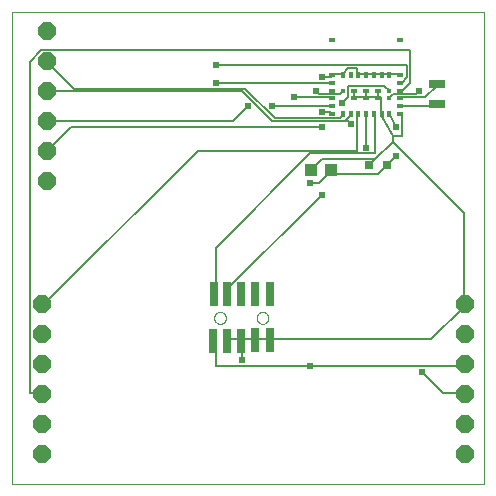
<source format=gtl>
G75*
%MOIN*%
%OFA0B0*%
%FSLAX25Y25*%
%IPPOS*%
%LPD*%
%AMOC8*
5,1,8,0,0,1.08239X$1,22.5*
%
%ADD10C,0.00000*%
%ADD11OC8,0.06000*%
%ADD12R,0.02500X0.08000*%
%ADD13R,0.04331X0.03937*%
%ADD14R,0.02362X0.01181*%
%ADD15R,0.01181X0.02362*%
%ADD16R,0.01181X0.01181*%
%ADD17R,0.05512X0.02756*%
%ADD18R,0.03150X0.03150*%
%ADD19C,0.00500*%
%ADD20C,0.02400*%
D10*
X0004867Y0001000D02*
X0004867Y0158480D01*
X0162347Y0158480D01*
X0162347Y0001000D01*
X0004867Y0001000D01*
X0072307Y0056433D02*
X0072309Y0056521D01*
X0072315Y0056609D01*
X0072325Y0056697D01*
X0072339Y0056785D01*
X0072356Y0056871D01*
X0072378Y0056957D01*
X0072403Y0057041D01*
X0072433Y0057125D01*
X0072465Y0057207D01*
X0072502Y0057287D01*
X0072542Y0057366D01*
X0072586Y0057443D01*
X0072633Y0057518D01*
X0072683Y0057590D01*
X0072737Y0057661D01*
X0072793Y0057728D01*
X0072853Y0057794D01*
X0072915Y0057856D01*
X0072981Y0057916D01*
X0073048Y0057972D01*
X0073119Y0058026D01*
X0073191Y0058076D01*
X0073266Y0058123D01*
X0073343Y0058167D01*
X0073422Y0058207D01*
X0073502Y0058244D01*
X0073584Y0058276D01*
X0073668Y0058306D01*
X0073752Y0058331D01*
X0073838Y0058353D01*
X0073924Y0058370D01*
X0074012Y0058384D01*
X0074100Y0058394D01*
X0074188Y0058400D01*
X0074276Y0058402D01*
X0074364Y0058400D01*
X0074452Y0058394D01*
X0074540Y0058384D01*
X0074628Y0058370D01*
X0074714Y0058353D01*
X0074800Y0058331D01*
X0074884Y0058306D01*
X0074968Y0058276D01*
X0075050Y0058244D01*
X0075130Y0058207D01*
X0075209Y0058167D01*
X0075286Y0058123D01*
X0075361Y0058076D01*
X0075433Y0058026D01*
X0075504Y0057972D01*
X0075571Y0057916D01*
X0075637Y0057856D01*
X0075699Y0057794D01*
X0075759Y0057728D01*
X0075815Y0057661D01*
X0075869Y0057590D01*
X0075919Y0057518D01*
X0075966Y0057443D01*
X0076010Y0057366D01*
X0076050Y0057287D01*
X0076087Y0057207D01*
X0076119Y0057125D01*
X0076149Y0057041D01*
X0076174Y0056957D01*
X0076196Y0056871D01*
X0076213Y0056785D01*
X0076227Y0056697D01*
X0076237Y0056609D01*
X0076243Y0056521D01*
X0076245Y0056433D01*
X0076243Y0056345D01*
X0076237Y0056257D01*
X0076227Y0056169D01*
X0076213Y0056081D01*
X0076196Y0055995D01*
X0076174Y0055909D01*
X0076149Y0055825D01*
X0076119Y0055741D01*
X0076087Y0055659D01*
X0076050Y0055579D01*
X0076010Y0055500D01*
X0075966Y0055423D01*
X0075919Y0055348D01*
X0075869Y0055276D01*
X0075815Y0055205D01*
X0075759Y0055138D01*
X0075699Y0055072D01*
X0075637Y0055010D01*
X0075571Y0054950D01*
X0075504Y0054894D01*
X0075433Y0054840D01*
X0075361Y0054790D01*
X0075286Y0054743D01*
X0075209Y0054699D01*
X0075130Y0054659D01*
X0075050Y0054622D01*
X0074968Y0054590D01*
X0074884Y0054560D01*
X0074800Y0054535D01*
X0074714Y0054513D01*
X0074628Y0054496D01*
X0074540Y0054482D01*
X0074452Y0054472D01*
X0074364Y0054466D01*
X0074276Y0054464D01*
X0074188Y0054466D01*
X0074100Y0054472D01*
X0074012Y0054482D01*
X0073924Y0054496D01*
X0073838Y0054513D01*
X0073752Y0054535D01*
X0073668Y0054560D01*
X0073584Y0054590D01*
X0073502Y0054622D01*
X0073422Y0054659D01*
X0073343Y0054699D01*
X0073266Y0054743D01*
X0073191Y0054790D01*
X0073119Y0054840D01*
X0073048Y0054894D01*
X0072981Y0054950D01*
X0072915Y0055010D01*
X0072853Y0055072D01*
X0072793Y0055138D01*
X0072737Y0055205D01*
X0072683Y0055276D01*
X0072633Y0055348D01*
X0072586Y0055423D01*
X0072542Y0055500D01*
X0072502Y0055579D01*
X0072465Y0055659D01*
X0072433Y0055741D01*
X0072403Y0055825D01*
X0072378Y0055909D01*
X0072356Y0055995D01*
X0072339Y0056081D01*
X0072325Y0056169D01*
X0072315Y0056257D01*
X0072309Y0056345D01*
X0072307Y0056433D01*
X0086480Y0056433D02*
X0086482Y0056521D01*
X0086488Y0056609D01*
X0086498Y0056697D01*
X0086512Y0056785D01*
X0086529Y0056871D01*
X0086551Y0056957D01*
X0086576Y0057041D01*
X0086606Y0057125D01*
X0086638Y0057207D01*
X0086675Y0057287D01*
X0086715Y0057366D01*
X0086759Y0057443D01*
X0086806Y0057518D01*
X0086856Y0057590D01*
X0086910Y0057661D01*
X0086966Y0057728D01*
X0087026Y0057794D01*
X0087088Y0057856D01*
X0087154Y0057916D01*
X0087221Y0057972D01*
X0087292Y0058026D01*
X0087364Y0058076D01*
X0087439Y0058123D01*
X0087516Y0058167D01*
X0087595Y0058207D01*
X0087675Y0058244D01*
X0087757Y0058276D01*
X0087841Y0058306D01*
X0087925Y0058331D01*
X0088011Y0058353D01*
X0088097Y0058370D01*
X0088185Y0058384D01*
X0088273Y0058394D01*
X0088361Y0058400D01*
X0088449Y0058402D01*
X0088537Y0058400D01*
X0088625Y0058394D01*
X0088713Y0058384D01*
X0088801Y0058370D01*
X0088887Y0058353D01*
X0088973Y0058331D01*
X0089057Y0058306D01*
X0089141Y0058276D01*
X0089223Y0058244D01*
X0089303Y0058207D01*
X0089382Y0058167D01*
X0089459Y0058123D01*
X0089534Y0058076D01*
X0089606Y0058026D01*
X0089677Y0057972D01*
X0089744Y0057916D01*
X0089810Y0057856D01*
X0089872Y0057794D01*
X0089932Y0057728D01*
X0089988Y0057661D01*
X0090042Y0057590D01*
X0090092Y0057518D01*
X0090139Y0057443D01*
X0090183Y0057366D01*
X0090223Y0057287D01*
X0090260Y0057207D01*
X0090292Y0057125D01*
X0090322Y0057041D01*
X0090347Y0056957D01*
X0090369Y0056871D01*
X0090386Y0056785D01*
X0090400Y0056697D01*
X0090410Y0056609D01*
X0090416Y0056521D01*
X0090418Y0056433D01*
X0090416Y0056345D01*
X0090410Y0056257D01*
X0090400Y0056169D01*
X0090386Y0056081D01*
X0090369Y0055995D01*
X0090347Y0055909D01*
X0090322Y0055825D01*
X0090292Y0055741D01*
X0090260Y0055659D01*
X0090223Y0055579D01*
X0090183Y0055500D01*
X0090139Y0055423D01*
X0090092Y0055348D01*
X0090042Y0055276D01*
X0089988Y0055205D01*
X0089932Y0055138D01*
X0089872Y0055072D01*
X0089810Y0055010D01*
X0089744Y0054950D01*
X0089677Y0054894D01*
X0089606Y0054840D01*
X0089534Y0054790D01*
X0089459Y0054743D01*
X0089382Y0054699D01*
X0089303Y0054659D01*
X0089223Y0054622D01*
X0089141Y0054590D01*
X0089057Y0054560D01*
X0088973Y0054535D01*
X0088887Y0054513D01*
X0088801Y0054496D01*
X0088713Y0054482D01*
X0088625Y0054472D01*
X0088537Y0054466D01*
X0088449Y0054464D01*
X0088361Y0054466D01*
X0088273Y0054472D01*
X0088185Y0054482D01*
X0088097Y0054496D01*
X0088011Y0054513D01*
X0087925Y0054535D01*
X0087841Y0054560D01*
X0087757Y0054590D01*
X0087675Y0054622D01*
X0087595Y0054659D01*
X0087516Y0054699D01*
X0087439Y0054743D01*
X0087364Y0054790D01*
X0087292Y0054840D01*
X0087221Y0054894D01*
X0087154Y0054950D01*
X0087088Y0055010D01*
X0087026Y0055072D01*
X0086966Y0055138D01*
X0086910Y0055205D01*
X0086856Y0055276D01*
X0086806Y0055348D01*
X0086759Y0055423D01*
X0086715Y0055500D01*
X0086675Y0055579D01*
X0086638Y0055659D01*
X0086606Y0055741D01*
X0086576Y0055825D01*
X0086551Y0055909D01*
X0086529Y0055995D01*
X0086512Y0056081D01*
X0086498Y0056169D01*
X0086488Y0056257D01*
X0086482Y0056345D01*
X0086480Y0056433D01*
D11*
X0016678Y0101984D03*
X0016678Y0111984D03*
X0016678Y0121984D03*
X0016678Y0131984D03*
X0016678Y0141984D03*
X0016678Y0151984D03*
X0014867Y0061000D03*
X0014867Y0051000D03*
X0014867Y0041000D03*
X0014867Y0031000D03*
X0014867Y0021000D03*
X0014867Y0011000D03*
X0156048Y0011000D03*
X0156048Y0021000D03*
X0156048Y0031000D03*
X0156048Y0041000D03*
X0156048Y0051000D03*
X0156048Y0061000D03*
D12*
X0090812Y0064307D03*
X0086087Y0064307D03*
X0081363Y0064307D03*
X0076638Y0064307D03*
X0072111Y0064307D03*
X0071914Y0048756D03*
X0076638Y0048756D03*
X0081363Y0048756D03*
X0086087Y0048953D03*
X0090812Y0048953D03*
D13*
X0104670Y0105724D03*
X0111363Y0105724D03*
D14*
X0111560Y0124524D03*
X0111560Y0127083D03*
X0111560Y0129642D03*
X0111560Y0132201D03*
X0111560Y0134760D03*
X0111560Y0137319D03*
X0119040Y0132201D03*
X0119040Y0129642D03*
X0122977Y0129642D03*
X0122977Y0132201D03*
X0126914Y0132201D03*
X0126914Y0129642D03*
X0134394Y0129642D03*
X0134394Y0127083D03*
X0134394Y0124524D03*
X0134394Y0132201D03*
X0134394Y0134760D03*
X0134394Y0137319D03*
X0134394Y0149130D03*
X0111560Y0149130D03*
D15*
X0115300Y0137319D03*
X0117859Y0137319D03*
X0120418Y0137319D03*
X0122977Y0137319D03*
X0125536Y0137319D03*
X0128095Y0137319D03*
X0130654Y0137319D03*
X0130654Y0124524D03*
X0128095Y0124524D03*
X0125536Y0124524D03*
X0122977Y0124524D03*
X0120418Y0124524D03*
X0117859Y0124524D03*
X0115300Y0124524D03*
D16*
X0115300Y0132201D03*
X0130654Y0132201D03*
X0130654Y0129642D03*
D17*
X0146599Y0127575D03*
X0146599Y0134268D03*
D18*
X0129867Y0107299D03*
X0123961Y0107299D03*
D19*
X0125930Y0109268D01*
X0108213Y0109268D01*
X0104670Y0105724D01*
X0104276Y0101394D02*
X0107229Y0101394D01*
X0111166Y0105331D01*
X0111363Y0105724D01*
X0112150Y0105331D01*
X0113134Y0104346D01*
X0126914Y0104346D01*
X0129867Y0107299D01*
X0132819Y0110252D01*
X0131835Y0115173D02*
X0155457Y0091551D01*
X0155457Y0061039D01*
X0156048Y0061000D01*
X0155457Y0060055D01*
X0144630Y0049228D01*
X0091481Y0049228D01*
X0090812Y0048953D01*
X0090497Y0049228D01*
X0086560Y0049228D01*
X0086087Y0048953D01*
X0085575Y0049228D01*
X0081638Y0049228D01*
X0081363Y0048756D01*
X0081638Y0048244D01*
X0081638Y0042339D01*
X0081363Y0048756D02*
X0080654Y0049228D01*
X0076717Y0049228D01*
X0076638Y0048756D01*
X0072780Y0048244D02*
X0071914Y0048756D01*
X0072780Y0048244D02*
X0072780Y0040370D01*
X0104276Y0040370D01*
X0155457Y0040370D01*
X0156048Y0041000D01*
X0155457Y0031512D02*
X0148567Y0031512D01*
X0141678Y0038402D01*
X0155457Y0031512D02*
X0156048Y0031000D01*
X0108213Y0097457D02*
X0075733Y0064976D01*
X0076638Y0064307D01*
X0072780Y0064976D02*
X0072111Y0064307D01*
X0072780Y0064976D02*
X0072780Y0079740D01*
X0104276Y0111236D01*
X0125930Y0111236D01*
X0125930Y0124031D01*
X0125536Y0124524D01*
X0122977Y0124524D02*
X0122977Y0113205D01*
X0120024Y0112220D02*
X0066875Y0112220D01*
X0015693Y0061039D01*
X0014867Y0061000D01*
X0014709Y0031512D02*
X0010772Y0031512D01*
X0010772Y0141748D01*
X0014709Y0145685D01*
X0137741Y0145685D01*
X0137741Y0134858D01*
X0134788Y0131906D01*
X0134394Y0132201D01*
X0134394Y0134760D02*
X0134788Y0134858D01*
X0136756Y0136827D01*
X0136756Y0140764D01*
X0072780Y0140764D01*
X0072780Y0134858D02*
X0111166Y0134858D01*
X0111560Y0134760D01*
X0111166Y0136827D02*
X0111560Y0137319D01*
X0112150Y0137811D01*
X0115103Y0137811D01*
X0115300Y0137319D01*
X0115103Y0137811D02*
X0117071Y0139780D01*
X0120024Y0139780D01*
X0120024Y0137811D01*
X0120418Y0137319D01*
X0120024Y0137811D02*
X0122977Y0137811D01*
X0122977Y0137319D01*
X0122977Y0137811D02*
X0125930Y0137811D01*
X0125536Y0137319D01*
X0125930Y0137811D02*
X0127898Y0137811D01*
X0128095Y0137319D01*
X0127898Y0137811D02*
X0130851Y0137811D01*
X0130654Y0137319D01*
X0130851Y0137811D02*
X0133804Y0137811D01*
X0134394Y0137319D01*
X0130654Y0132201D02*
X0130851Y0131906D01*
X0128882Y0133874D01*
X0117071Y0133874D01*
X0117071Y0129937D01*
X0114906Y0127969D01*
X0114119Y0130921D02*
X0107229Y0130921D01*
X0106245Y0131906D01*
X0108213Y0136827D02*
X0111166Y0136827D01*
X0115300Y0132201D02*
X0115103Y0131906D01*
X0114119Y0130921D01*
X0111560Y0129642D02*
X0111166Y0129937D01*
X0098961Y0129937D01*
X0091481Y0126984D02*
X0111166Y0126984D01*
X0111560Y0127083D01*
X0111166Y0125016D02*
X0108213Y0125016D01*
X0111166Y0125016D02*
X0111560Y0124524D01*
X0114119Y0123047D02*
X0092465Y0123047D01*
X0082623Y0132890D01*
X0025536Y0132890D01*
X0016678Y0141748D01*
X0016678Y0141984D01*
X0016678Y0131984D02*
X0016678Y0131906D01*
X0081638Y0131906D01*
X0091481Y0122063D01*
X0116087Y0122063D01*
X0117071Y0122063D01*
X0118056Y0121079D01*
X0116087Y0122063D02*
X0118056Y0124031D01*
X0117859Y0124524D01*
X0120024Y0124031D02*
X0120418Y0124524D01*
X0120024Y0124031D02*
X0120024Y0112220D01*
X0125930Y0109268D02*
X0131835Y0115173D01*
X0131835Y0116945D01*
X0127898Y0124031D01*
X0128095Y0124524D01*
X0127898Y0125016D01*
X0127898Y0129937D01*
X0126914Y0129937D01*
X0126914Y0129642D01*
X0126914Y0129937D02*
X0122977Y0129937D01*
X0122977Y0129642D01*
X0122977Y0129937D02*
X0119040Y0129937D01*
X0119040Y0129642D01*
X0119040Y0129937D02*
X0119040Y0132201D01*
X0122977Y0132201D02*
X0122977Y0129937D01*
X0126914Y0129937D02*
X0126914Y0132201D01*
X0130654Y0129642D02*
X0130851Y0129937D01*
X0131835Y0130921D01*
X0139709Y0130921D01*
X0140693Y0131906D01*
X0142662Y0129937D02*
X0146599Y0133874D01*
X0146599Y0134268D01*
X0142662Y0129937D02*
X0134788Y0129937D01*
X0134394Y0129642D01*
X0134394Y0127083D02*
X0134788Y0126984D01*
X0146599Y0126984D01*
X0146599Y0127575D01*
X0134788Y0124031D02*
X0134788Y0116945D01*
X0131835Y0116945D01*
X0132819Y0120094D02*
X0130851Y0124031D01*
X0130654Y0124524D01*
X0134394Y0124524D02*
X0134788Y0124031D01*
X0115300Y0124524D02*
X0115103Y0124031D01*
X0114119Y0123047D01*
X0108213Y0120094D02*
X0024552Y0120094D01*
X0016678Y0112220D01*
X0016678Y0111984D01*
X0016678Y0121984D02*
X0016678Y0122063D01*
X0078686Y0122063D01*
X0083607Y0126984D01*
X0014709Y0031512D02*
X0014867Y0031000D01*
D20*
X0081638Y0042339D03*
X0104276Y0040370D03*
X0141678Y0038402D03*
X0108213Y0097457D03*
X0104276Y0101394D03*
X0108213Y0120094D03*
X0108213Y0125016D03*
X0114906Y0127969D03*
X0118056Y0121079D03*
X0122977Y0113205D03*
X0132819Y0110252D03*
X0132819Y0120094D03*
X0140693Y0131906D03*
X0108213Y0136827D03*
X0106245Y0131906D03*
X0098961Y0129937D03*
X0091481Y0126984D03*
X0083607Y0126984D03*
X0072780Y0134858D03*
X0072780Y0140764D03*
M02*

</source>
